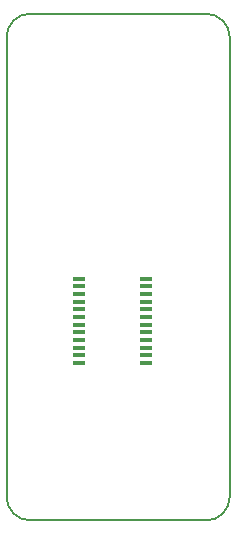
<source format=gbr>
G04 #@! TF.GenerationSoftware,KiCad,Pcbnew,5.1.5-52549c5~84~ubuntu19.10.1*
G04 #@! TF.CreationDate,2020-02-24T20:41:03+02:00*
G04 #@! TF.ProjectId,BRK-TSSOP-24-4.4x7.8-P0.65,42524b2d-5453-4534-9f50-2d32342d342e,v1.0*
G04 #@! TF.SameCoordinates,Original*
G04 #@! TF.FileFunction,Paste,Top*
G04 #@! TF.FilePolarity,Positive*
%FSLAX46Y46*%
G04 Gerber Fmt 4.6, Leading zero omitted, Abs format (unit mm)*
G04 Created by KiCad (PCBNEW 5.1.5-52549c5~84~ubuntu19.10.1) date 2020-02-24 20:41:03*
%MOMM*%
%LPD*%
G04 APERTURE LIST*
%ADD10C,0.150000*%
%ADD11R,1.100000X0.400000*%
G04 APERTURE END LIST*
D10*
X53000000Y-90900000D02*
G75*
G02X51000000Y-88900000I0J2000000D01*
G01*
X69900000Y-88900000D02*
G75*
G02X67900000Y-90900000I-2000000J0D01*
G01*
X67900000Y-48000000D02*
G75*
G02X69900000Y-50000000I0J-2000000D01*
G01*
X51000000Y-50000000D02*
G75*
G02X53000000Y-48000000I2000000J0D01*
G01*
X67900000Y-90900000D02*
X53000000Y-90900000D01*
X69900000Y-50000000D02*
X69900000Y-88900000D01*
X53000000Y-48000000D02*
X67900000Y-48000000D01*
X51000000Y-88900000D02*
X51000000Y-50000000D01*
D11*
X62850000Y-70425000D03*
X62850000Y-71075000D03*
X62850000Y-71725000D03*
X62850000Y-72375000D03*
X62850000Y-73025000D03*
X62850000Y-73675000D03*
X62850000Y-74325000D03*
X62850000Y-74975000D03*
X62850000Y-75625000D03*
X62850000Y-76275000D03*
X62850000Y-76925000D03*
X62850000Y-77575000D03*
X57150000Y-77575000D03*
X57150000Y-76925000D03*
X57150000Y-76275000D03*
X57150000Y-75625000D03*
X57150000Y-74975000D03*
X57150000Y-74325000D03*
X57150000Y-73675000D03*
X57150000Y-73025000D03*
X57150000Y-72375000D03*
X57150000Y-71725000D03*
X57150000Y-71075000D03*
X57150000Y-70425000D03*
M02*

</source>
